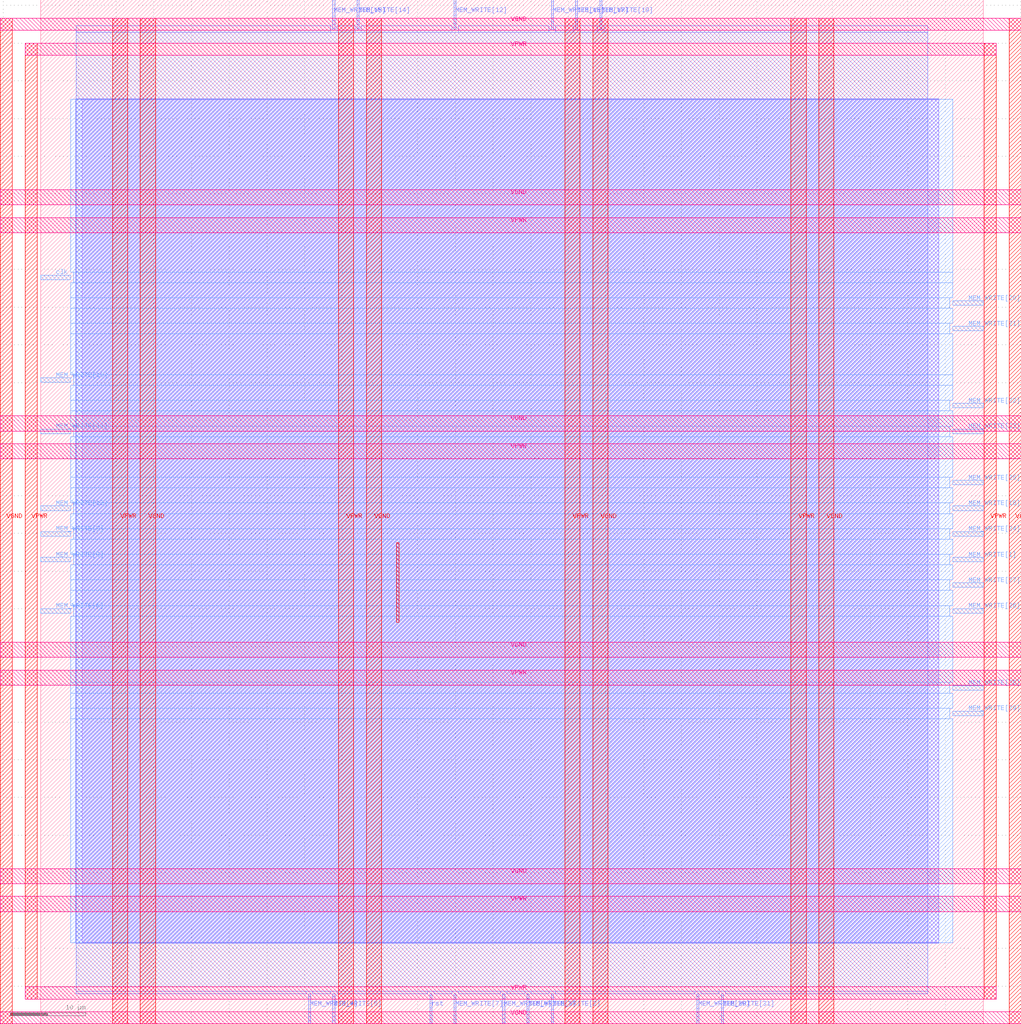
<source format=lef>
VERSION 5.7 ;
  NOWIREEXTENSIONATPIN ON ;
  DIVIDERCHAR "/" ;
  BUSBITCHARS "[]" ;
MACRO cpu
  CLASS BLOCK ;
  FOREIGN cpu ;
  ORIGIN 0.000 0.000 ;
  SIZE 125.000 BY 135.720 ;
  PIN MEM_WRITE[0]
    DIRECTION OUTPUT TRISTATE ;
    USE SIGNAL ;
    ANTENNADIFFAREA 1.336500 ;
    PORT
      LAYER met2 ;
        RECT 61.270 0.000 61.550 4.000 ;
    END
  END MEM_WRITE[0]
  PIN MEM_WRITE[10]
    DIRECTION OUTPUT TRISTATE ;
    USE SIGNAL ;
    ANTENNADIFFAREA 0.891000 ;
    PORT
      LAYER met3 ;
        RECT 0.000 85.040 4.000 85.640 ;
    END
  END MEM_WRITE[10]
  PIN MEM_WRITE[11]
    DIRECTION OUTPUT TRISTATE ;
    USE SIGNAL ;
    ANTENNADIFFAREA 0.891000 ;
    PORT
      LAYER met3 ;
        RECT 0.000 78.240 4.000 78.840 ;
    END
  END MEM_WRITE[11]
  PIN MEM_WRITE[12]
    DIRECTION OUTPUT TRISTATE ;
    USE SIGNAL ;
    ANTENNADIFFAREA 1.336500 ;
    PORT
      LAYER met2 ;
        RECT 54.830 131.720 55.110 135.720 ;
    END
  END MEM_WRITE[12]
  PIN MEM_WRITE[13]
    DIRECTION OUTPUT TRISTATE ;
    USE SIGNAL ;
    ANTENNADIFFAREA 1.336500 ;
    PORT
      LAYER met3 ;
        RECT 0.000 68.040 4.000 68.640 ;
    END
  END MEM_WRITE[13]
  PIN MEM_WRITE[14]
    DIRECTION OUTPUT TRISTATE ;
    USE SIGNAL ;
    ANTENNADIFFAREA 1.336500 ;
    PORT
      LAYER met2 ;
        RECT 41.950 131.720 42.230 135.720 ;
    END
  END MEM_WRITE[14]
  PIN MEM_WRITE[15]
    DIRECTION OUTPUT TRISTATE ;
    USE SIGNAL ;
    ANTENNADIFFAREA 0.891000 ;
    PORT
      LAYER met2 ;
        RECT 38.730 131.720 39.010 135.720 ;
    END
  END MEM_WRITE[15]
  PIN MEM_WRITE[16]
    DIRECTION OUTPUT TRISTATE ;
    USE SIGNAL ;
    ANTENNADIFFAREA 0.891000 ;
    PORT
      LAYER met2 ;
        RECT 67.710 131.720 67.990 135.720 ;
    END
  END MEM_WRITE[16]
  PIN MEM_WRITE[17]
    DIRECTION OUTPUT TRISTATE ;
    USE SIGNAL ;
    ANTENNADIFFAREA 0.891000 ;
    PORT
      LAYER met2 ;
        RECT 70.930 131.720 71.210 135.720 ;
    END
  END MEM_WRITE[17]
  PIN MEM_WRITE[18]
    DIRECTION OUTPUT TRISTATE ;
    USE SIGNAL ;
    ANTENNADIFFAREA 1.336500 ;
    PORT
      LAYER met3 ;
        RECT 121.000 68.040 125.000 68.640 ;
    END
  END MEM_WRITE[18]
  PIN MEM_WRITE[19]
    DIRECTION OUTPUT TRISTATE ;
    USE SIGNAL ;
    ANTENNADIFFAREA 1.336500 ;
    PORT
      LAYER met2 ;
        RECT 74.150 131.720 74.430 135.720 ;
    END
  END MEM_WRITE[19]
  PIN MEM_WRITE[1]
    DIRECTION OUTPUT TRISTATE ;
    USE SIGNAL ;
    ANTENNADIFFAREA 1.336500 ;
    PORT
      LAYER met3 ;
        RECT 121.000 61.240 125.000 61.840 ;
    END
  END MEM_WRITE[1]
  PIN MEM_WRITE[20]
    DIRECTION OUTPUT TRISTATE ;
    USE SIGNAL ;
    ANTENNADIFFAREA 0.891000 ;
    PORT
      LAYER met3 ;
        RECT 121.000 95.240 125.000 95.840 ;
    END
  END MEM_WRITE[20]
  PIN MEM_WRITE[21]
    DIRECTION OUTPUT TRISTATE ;
    USE SIGNAL ;
    ANTENNADIFFAREA 0.891000 ;
    PORT
      LAYER met3 ;
        RECT 121.000 91.840 125.000 92.440 ;
    END
  END MEM_WRITE[21]
  PIN MEM_WRITE[22]
    DIRECTION OUTPUT TRISTATE ;
    USE SIGNAL ;
    ANTENNADIFFAREA 0.891000 ;
    PORT
      LAYER met3 ;
        RECT 121.000 81.640 125.000 82.240 ;
    END
  END MEM_WRITE[22]
  PIN MEM_WRITE[23]
    DIRECTION OUTPUT TRISTATE ;
    USE SIGNAL ;
    ANTENNADIFFAREA 0.891000 ;
    PORT
      LAYER met3 ;
        RECT 121.000 78.240 125.000 78.840 ;
    END
  END MEM_WRITE[23]
  PIN MEM_WRITE[24]
    DIRECTION OUTPUT TRISTATE ;
    USE SIGNAL ;
    ANTENNADIFFAREA 0.891000 ;
    PORT
      LAYER met3 ;
        RECT 121.000 64.640 125.000 65.240 ;
    END
  END MEM_WRITE[24]
  PIN MEM_WRITE[25]
    DIRECTION OUTPUT TRISTATE ;
    USE SIGNAL ;
    ANTENNADIFFAREA 0.891000 ;
    PORT
      LAYER met3 ;
        RECT 121.000 71.440 125.000 72.040 ;
    END
  END MEM_WRITE[25]
  PIN MEM_WRITE[26]
    DIRECTION OUTPUT TRISTATE ;
    USE SIGNAL ;
    ANTENNADIFFAREA 0.891000 ;
    PORT
      LAYER met3 ;
        RECT 121.000 54.440 125.000 55.040 ;
    END
  END MEM_WRITE[26]
  PIN MEM_WRITE[27]
    DIRECTION OUTPUT TRISTATE ;
    USE SIGNAL ;
    ANTENNADIFFAREA 1.336500 ;
    PORT
      LAYER met3 ;
        RECT 121.000 57.840 125.000 58.440 ;
    END
  END MEM_WRITE[27]
  PIN MEM_WRITE[28]
    DIRECTION OUTPUT TRISTATE ;
    USE SIGNAL ;
    ANTENNADIFFAREA 1.336500 ;
    PORT
      LAYER met3 ;
        RECT 121.000 44.240 125.000 44.840 ;
    END
  END MEM_WRITE[28]
  PIN MEM_WRITE[29]
    DIRECTION OUTPUT TRISTATE ;
    USE SIGNAL ;
    ANTENNADIFFAREA 1.336500 ;
    PORT
      LAYER met3 ;
        RECT 121.000 40.840 125.000 41.440 ;
    END
  END MEM_WRITE[29]
  PIN MEM_WRITE[2]
    DIRECTION OUTPUT TRISTATE ;
    USE SIGNAL ;
    ANTENNADIFFAREA 1.336500 ;
    PORT
      LAYER met2 ;
        RECT 67.710 0.000 67.990 4.000 ;
    END
  END MEM_WRITE[2]
  PIN MEM_WRITE[30]
    DIRECTION OUTPUT TRISTATE ;
    USE SIGNAL ;
    ANTENNADIFFAREA 1.336500 ;
    PORT
      LAYER met2 ;
        RECT 87.030 0.000 87.310 4.000 ;
    END
  END MEM_WRITE[30]
  PIN MEM_WRITE[31]
    DIRECTION OUTPUT TRISTATE ;
    USE SIGNAL ;
    ANTENNADIFFAREA 1.336500 ;
    PORT
      LAYER met2 ;
        RECT 90.250 0.000 90.530 4.000 ;
    END
  END MEM_WRITE[31]
  PIN MEM_WRITE[3]
    DIRECTION OUTPUT TRISTATE ;
    USE SIGNAL ;
    ANTENNADIFFAREA 0.891000 ;
    PORT
      LAYER met2 ;
        RECT 64.490 0.000 64.770 4.000 ;
    END
  END MEM_WRITE[3]
  PIN MEM_WRITE[4]
    DIRECTION OUTPUT TRISTATE ;
    USE SIGNAL ;
    ANTENNADIFFAREA 1.336500 ;
    PORT
      LAYER met2 ;
        RECT 35.510 0.000 35.790 4.000 ;
    END
  END MEM_WRITE[4]
  PIN MEM_WRITE[5]
    DIRECTION OUTPUT TRISTATE ;
    USE SIGNAL ;
    ANTENNADIFFAREA 1.336500 ;
    PORT
      LAYER met2 ;
        RECT 38.730 0.000 39.010 4.000 ;
    END
  END MEM_WRITE[5]
  PIN MEM_WRITE[6]
    DIRECTION OUTPUT TRISTATE ;
    USE SIGNAL ;
    ANTENNADIFFAREA 1.336500 ;
    PORT
      LAYER met3 ;
        RECT 0.000 54.440 4.000 55.040 ;
    END
  END MEM_WRITE[6]
  PIN MEM_WRITE[7]
    DIRECTION OUTPUT TRISTATE ;
    USE SIGNAL ;
    ANTENNADIFFAREA 1.336500 ;
    PORT
      LAYER met2 ;
        RECT 54.830 0.000 55.110 4.000 ;
    END
  END MEM_WRITE[7]
  PIN MEM_WRITE[8]
    DIRECTION OUTPUT TRISTATE ;
    USE SIGNAL ;
    ANTENNADIFFAREA 1.336500 ;
    PORT
      LAYER met3 ;
        RECT 0.000 61.240 4.000 61.840 ;
    END
  END MEM_WRITE[8]
  PIN MEM_WRITE[9]
    DIRECTION OUTPUT TRISTATE ;
    USE SIGNAL ;
    ANTENNADIFFAREA 1.336500 ;
    PORT
      LAYER met3 ;
        RECT 0.000 64.640 4.000 65.240 ;
    END
  END MEM_WRITE[9]
  PIN VGND
    DIRECTION INOUT ;
    USE GROUND ;
    PORT
      LAYER met4 ;
        RECT -5.380 -0.020 -3.780 133.300 ;
    END
    PORT
      LAYER met5 ;
        RECT -5.380 -0.020 130.040 1.580 ;
    END
    PORT
      LAYER met5 ;
        RECT -5.380 131.700 130.040 133.300 ;
    END
    PORT
      LAYER met4 ;
        RECT 128.440 -0.020 130.040 133.300 ;
    END
    PORT
      LAYER met4 ;
        RECT 13.220 -0.020 15.220 133.300 ;
    END
    PORT
      LAYER met4 ;
        RECT 43.220 -0.020 45.220 133.300 ;
    END
    PORT
      LAYER met4 ;
        RECT 73.220 -0.020 75.220 133.300 ;
    END
    PORT
      LAYER met4 ;
        RECT 103.220 -0.020 105.220 133.300 ;
    END
    PORT
      LAYER met5 ;
        RECT -5.380 18.580 130.040 20.580 ;
    END
    PORT
      LAYER met5 ;
        RECT -5.380 48.580 130.040 50.580 ;
    END
    PORT
      LAYER met5 ;
        RECT -5.380 78.580 130.040 80.580 ;
    END
    PORT
      LAYER met5 ;
        RECT -5.380 108.580 130.040 110.580 ;
    END
  END VGND
  PIN VPWR
    DIRECTION INOUT ;
    USE POWER ;
    PORT
      LAYER met4 ;
        RECT -2.080 3.280 -0.480 130.000 ;
    END
    PORT
      LAYER met5 ;
        RECT -2.080 3.280 126.740 4.880 ;
    END
    PORT
      LAYER met5 ;
        RECT -2.080 128.400 126.740 130.000 ;
    END
    PORT
      LAYER met4 ;
        RECT 125.140 3.280 126.740 130.000 ;
    END
    PORT
      LAYER met4 ;
        RECT 9.520 -0.020 11.520 133.300 ;
    END
    PORT
      LAYER met4 ;
        RECT 39.520 -0.020 41.520 133.300 ;
    END
    PORT
      LAYER met4 ;
        RECT 69.520 -0.020 71.520 133.300 ;
    END
    PORT
      LAYER met4 ;
        RECT 99.520 -0.020 101.520 133.300 ;
    END
    PORT
      LAYER met5 ;
        RECT -5.380 14.880 130.040 16.880 ;
    END
    PORT
      LAYER met5 ;
        RECT -5.380 44.880 130.040 46.880 ;
    END
    PORT
      LAYER met5 ;
        RECT -5.380 74.880 130.040 76.880 ;
    END
    PORT
      LAYER met5 ;
        RECT -5.380 104.880 130.040 106.880 ;
    END
  END VPWR
  PIN clk
    DIRECTION INPUT ;
    USE SIGNAL ;
    ANTENNAGATEAREA 0.852000 ;
    PORT
      LAYER met3 ;
        RECT 0.000 98.640 4.000 99.240 ;
    END
  END clk
  PIN rst
    DIRECTION INPUT ;
    USE SIGNAL ;
    ANTENNAGATEAREA 0.126000 ;
    PORT
      LAYER met2 ;
        RECT 51.610 0.000 51.890 4.000 ;
    END
  END rst
  OBS
      LAYER li1 ;
        RECT 5.520 10.795 119.140 122.485 ;
      LAYER met1 ;
        RECT 4.670 10.640 119.140 122.640 ;
      LAYER met2 ;
        RECT 4.690 131.440 38.450 132.330 ;
        RECT 39.290 131.440 41.670 132.330 ;
        RECT 42.510 131.440 54.550 132.330 ;
        RECT 55.390 131.440 67.430 132.330 ;
        RECT 68.270 131.440 70.650 132.330 ;
        RECT 71.490 131.440 73.870 132.330 ;
        RECT 74.710 131.440 117.660 132.330 ;
        RECT 4.690 4.280 117.660 131.440 ;
        RECT 4.690 4.000 35.230 4.280 ;
        RECT 36.070 4.000 38.450 4.280 ;
        RECT 39.290 4.000 51.330 4.280 ;
        RECT 52.170 4.000 54.550 4.280 ;
        RECT 55.390 4.000 60.990 4.280 ;
        RECT 61.830 4.000 64.210 4.280 ;
        RECT 65.050 4.000 67.430 4.280 ;
        RECT 68.270 4.000 86.750 4.280 ;
        RECT 87.590 4.000 89.970 4.280 ;
        RECT 90.810 4.000 117.660 4.280 ;
      LAYER met3 ;
        RECT 4.000 99.640 121.000 122.565 ;
        RECT 4.400 98.240 121.000 99.640 ;
        RECT 4.000 96.240 121.000 98.240 ;
        RECT 4.000 94.840 120.600 96.240 ;
        RECT 4.000 92.840 121.000 94.840 ;
        RECT 4.000 91.440 120.600 92.840 ;
        RECT 4.000 86.040 121.000 91.440 ;
        RECT 4.400 84.640 121.000 86.040 ;
        RECT 4.000 82.640 121.000 84.640 ;
        RECT 4.000 81.240 120.600 82.640 ;
        RECT 4.000 79.240 121.000 81.240 ;
        RECT 4.400 77.840 120.600 79.240 ;
        RECT 4.000 72.440 121.000 77.840 ;
        RECT 4.000 71.040 120.600 72.440 ;
        RECT 4.000 69.040 121.000 71.040 ;
        RECT 4.400 67.640 120.600 69.040 ;
        RECT 4.000 65.640 121.000 67.640 ;
        RECT 4.400 64.240 120.600 65.640 ;
        RECT 4.000 62.240 121.000 64.240 ;
        RECT 4.400 60.840 120.600 62.240 ;
        RECT 4.000 58.840 121.000 60.840 ;
        RECT 4.000 57.440 120.600 58.840 ;
        RECT 4.000 55.440 121.000 57.440 ;
        RECT 4.400 54.040 120.600 55.440 ;
        RECT 4.000 45.240 121.000 54.040 ;
        RECT 4.000 43.840 120.600 45.240 ;
        RECT 4.000 41.840 121.000 43.840 ;
        RECT 4.000 40.440 120.600 41.840 ;
        RECT 4.000 10.715 121.000 40.440 ;
      LAYER met4 ;
        RECT 47.215 53.215 47.545 63.745 ;
  END
END cpu
END LIBRARY


</source>
